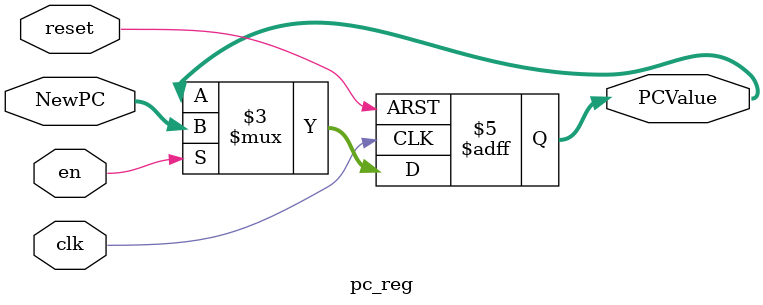
<source format=sv>
module pc_reg#(
	parameter N=32
) (
	input clk,
	input reset,
	input [N-1:0] NewPC,
	input en,
	
	
	output reg [N-1:0] PCValue
);

always@(negedge reset or posedge clk) begin
	if(~reset)
		PCValue <= 'h0;
	else if (en) begin
		PCValue<=NewPC;
	end	
end

endmodule
</source>
